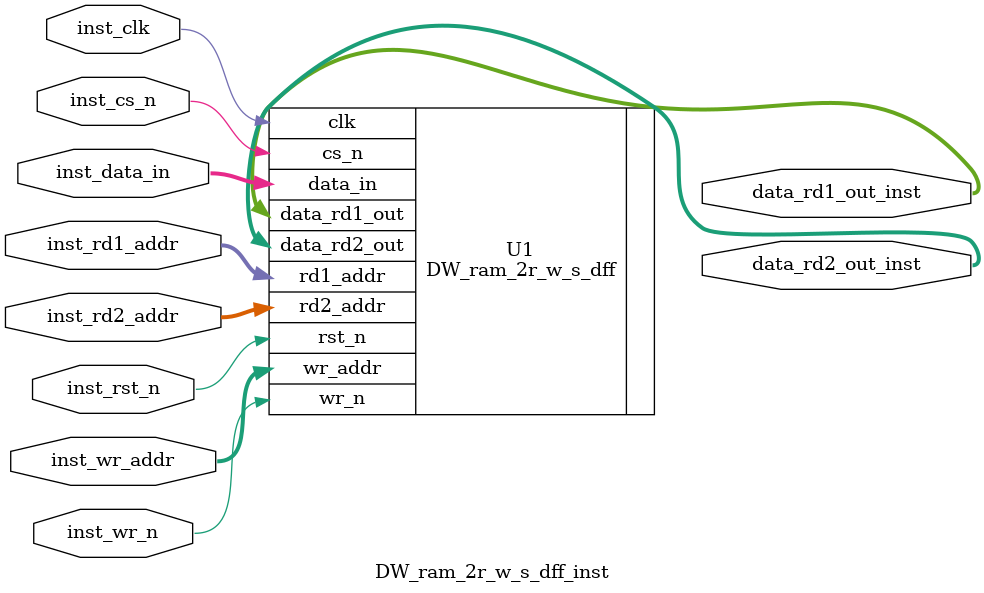
<source format=v>
module DW_ram_2r_w_s_dff_inst( inst_clk, inst_rst_n, inst_cs_n, inst_wr_n,
                 inst_rd1_addr, inst_rd2_addr, inst_wr_addr, inst_data_in,
                 data_rd1_out_inst, data_rd2_out_inst );
  parameter data_width = 8;
  parameter depth = 8;
  parameter rst_mode = 0;
  `define bit_width_depth 3 // ceil(log2(depth)) 

  input inst_clk;
  input inst_rst_n;
  input inst_cs_n;
  input inst_wr_n;
  input [`bit_width_depth-1 : 0] inst_rd1_addr;
  input [`bit_width_depth-1 : 0] inst_rd2_addr;
  input [`bit_width_depth-1 : 0] inst_wr_addr;
  input [data_width-1 : 0] inst_data_in;
  output [data_width-1 : 0] data_rd1_out_inst;
  output [data_width-1 : 0] data_rd2_out_inst;

  // Instance of DW_ram_2r_w_s_dff
  DW_ram_2r_w_s_dff #(data_width,   depth, rst_mode)
    U1 (.clk(inst_clk),   .rst_n(inst_rst_n),   .cs_n(inst_cs_n),
        .wr_n(inst_wr_n),   .rd1_addr(inst_rd1_addr),
        .rd2_addr(inst_rd2_addr),   .wr_addr(inst_wr_addr),
        .data_in(inst_data_in),   .data_rd1_out(data_rd1_out_inst),
        .data_rd2_out(data_rd2_out_inst) );
endmodule


</source>
